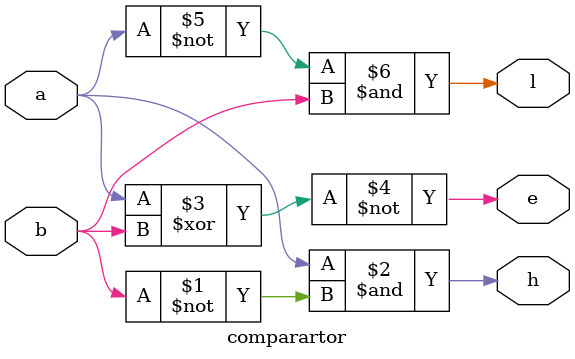
<source format=v>
module comparartor(
    input a, b,
    output h, e, l
);
    assign h= a & ~b;
    assign e= ~(a ^ b);
    assign l= ~a & b;
endmodule


</source>
